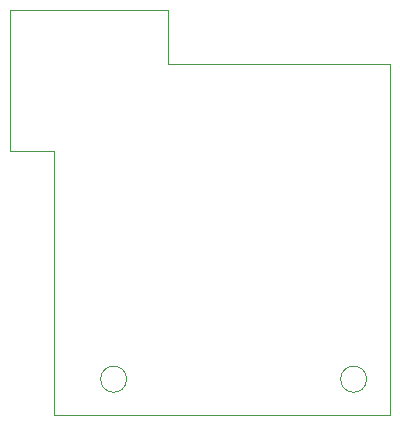
<source format=gm1>
%TF.GenerationSoftware,KiCad,Pcbnew,7.0.2*%
%TF.CreationDate,2025-03-07T15:31:29-05:00*%
%TF.ProjectId,3BQ5101eBRHLR,33425135-3130-4316-9542-52484c522e6b,rev?*%
%TF.SameCoordinates,Original*%
%TF.FileFunction,Profile,NP*%
%FSLAX46Y46*%
G04 Gerber Fmt 4.6, Leading zero omitted, Abs format (unit mm)*
G04 Created by KiCad (PCBNEW 7.0.2) date 2025-03-07 15:31:29*
%MOMM*%
%LPD*%
G01*
G04 APERTURE LIST*
%TA.AperFunction,Profile*%
%ADD10C,0.100000*%
%TD*%
G04 APERTURE END LIST*
D10*
X145415000Y-99314000D02*
X149098000Y-99314000D01*
X158750000Y-87376000D02*
X145415000Y-87376000D01*
X177546000Y-91948000D02*
X158750000Y-91948000D01*
X175598000Y-118618000D02*
G75*
G03*
X175598000Y-118618000I-1100000J0D01*
G01*
X155278000Y-118618000D02*
G75*
G03*
X155278000Y-118618000I-1100000J0D01*
G01*
X177546000Y-121666000D02*
X177546000Y-91948000D01*
X158750000Y-91948000D02*
X158750000Y-87376000D01*
X149098000Y-121666000D02*
X177546000Y-121666000D01*
X145415000Y-87376000D02*
X145415000Y-99314000D01*
X149098000Y-99314000D02*
X149098000Y-121666000D01*
M02*

</source>
